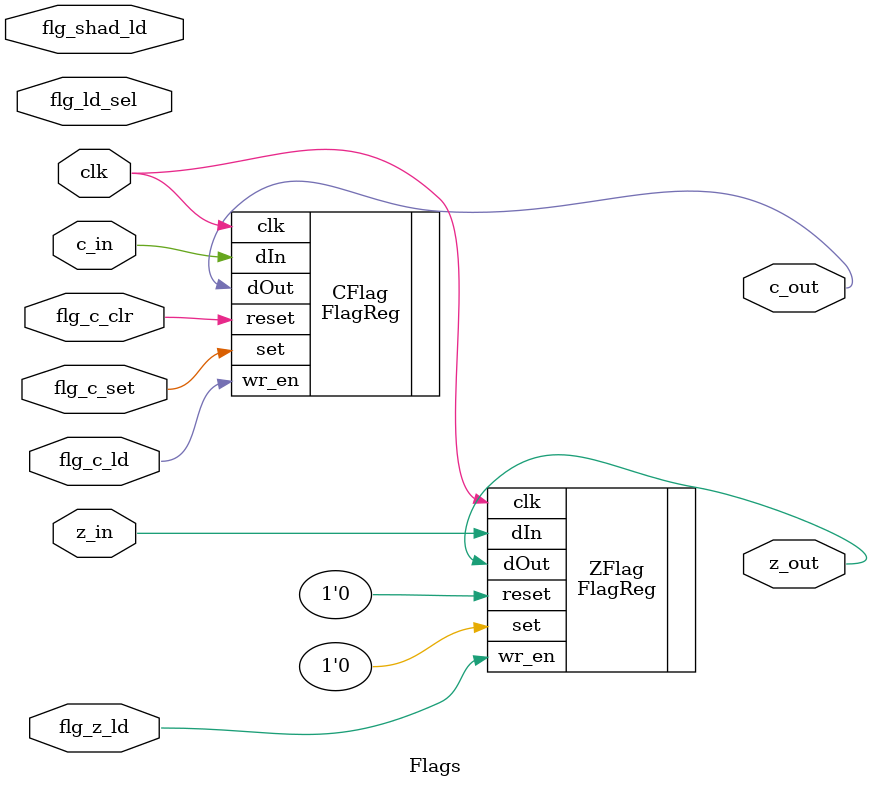
<source format=sv>
`timescale 1ns / 1ps


module Flags(
    input clk,
    input c_in, z_in,
    input flg_c_set, flg_c_clr, flg_c_ld,
    input flg_z_ld,
    input flg_ld_sel,
    input flg_shad_ld,
    output c_out, z_out
    );
    
    FlagReg CFlag( .clk(clk), .dIn(c_in), .wr_en(flg_c_ld), .set(flg_c_set), .reset(flg_c_clr), .dOut(c_out) );
    FlagReg ZFlag( .clk(clk), .dIn(z_in), .wr_en(flg_z_ld), .set('0), .reset('0), .dOut(z_out) );
    
endmodule

</source>
